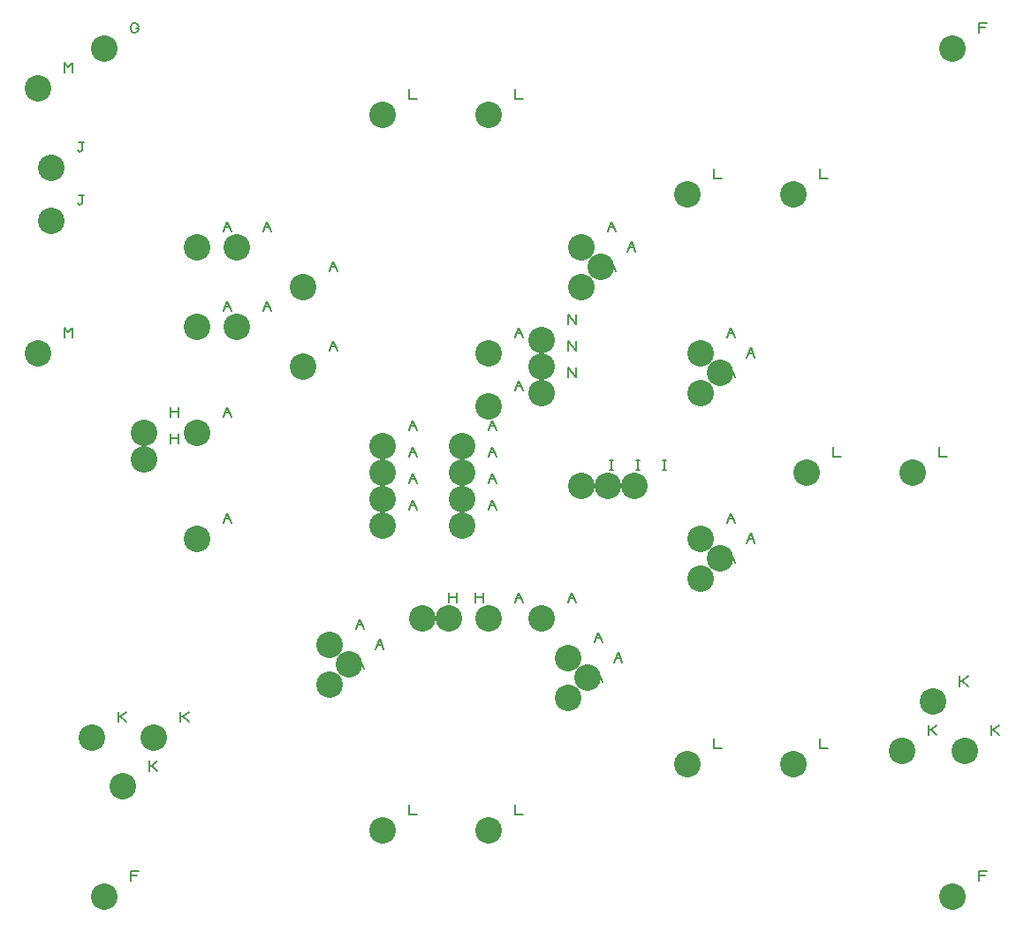
<source format=gbr>
G04 DesignSpark PCB Gerber Version 9.0 Build 5115 *
G04 #@! TF.Part,Single*
G04 #@! TF.FileFunction,Drillmap *
G04 #@! TF.FilePolarity,Positive *
%FSLAX35Y35*%
%MOIN*%
%ADD14C,0.00500*%
G04 #@! TA.AperFunction,ViaPad*
%ADD88C,0.10000*%
X0Y0D02*
D02*
D14*
X25250Y251187D02*
Y254937D01*
X26813Y253063*
X28375Y254937*
Y251187*
X25250Y351187D02*
Y354937D01*
X26813Y353063*
X28375Y354937*
Y351187*
X30250Y301813D02*
X30563Y301500D01*
X31187Y301187*
X31813Y301500*
X32125Y301813*
Y304937*
X32750*
X32125D02*
X30875D01*
X30250Y321813D02*
X30563Y321500D01*
X31187Y321187*
X31813Y321500*
X32125Y321813*
Y324937*
X32750*
X32125D02*
X30875D01*
X45565Y106187D02*
Y109937D01*
Y108063D02*
X46502D01*
X48690Y109937*
X46502Y108063D02*
X48690Y106187D01*
X50250Y46187D02*
Y49937D01*
X53375*
X52750Y48063D02*
X50250D01*
X52437Y367750D02*
X53375D01*
Y367437*
X53063Y366813*
X52750Y366500*
X52125Y366187*
X51500*
X50875Y366500*
X50563Y366813*
X50250Y367437*
Y368687*
X50563Y369313*
X50875Y369625*
X51500Y369937*
X52125*
X52750Y369625*
X53063Y369313*
X53375Y368687*
X57376Y87683D02*
Y91433D01*
Y89559D02*
X58313D01*
X60501Y91433*
X58313Y89559D02*
X60501Y87683D01*
X65250Y211187D02*
Y214937D01*
Y213063D02*
X68375D01*
Y211187D02*
Y214937D01*
X65250Y221187D02*
Y224937D01*
Y223063D02*
X68375D01*
Y221187D02*
Y224937D01*
X69187Y106187D02*
Y109937D01*
Y108063D02*
X70124D01*
X72312Y109937*
X70124Y108063D02*
X72312Y106187D01*
X85250Y181187D02*
X86813Y184937D01*
X88375Y181187*
X85875Y182750D02*
X87750D01*
X85250Y221187D02*
X86813Y224937D01*
X88375Y221187*
X85875Y222750D02*
X87750D01*
X85250Y261187D02*
X86813Y264937D01*
X88375Y261187*
X85875Y262750D02*
X87750D01*
X85250Y291187D02*
X86813Y294937D01*
X88375Y291187*
X85875Y292750D02*
X87750D01*
X100250Y261187D02*
X101813Y264937D01*
X103375Y261187*
X100875Y262750D02*
X102750D01*
X100250Y291187D02*
X101813Y294937D01*
X103375Y291187*
X100875Y292750D02*
X102750D01*
X125250Y246187D02*
X126813Y249937D01*
X128375Y246187*
X125875Y247750D02*
X127750D01*
X125250Y276187D02*
X126813Y279937D01*
X128375Y276187*
X125875Y277750D02*
X127750D01*
X135250Y126187D02*
X136813Y129937D01*
X138375Y126187*
X135875Y127750D02*
X137750D01*
X135250Y141187D02*
X136813Y144937D01*
X138375Y141187*
X135875Y142750D02*
X137750D01*
X142750Y133687D02*
X144313Y137437D01*
X145875Y133687*
X143375Y135250D02*
X145250D01*
X155250Y74937D02*
Y71187D01*
X158375*
X155250Y186187D02*
X156813Y189937D01*
X158375Y186187*
X155875Y187750D02*
X157750D01*
X155250Y196187D02*
X156813Y199937D01*
X158375Y196187*
X155875Y197750D02*
X157750D01*
X155250Y206187D02*
X156813Y209937D01*
X158375Y206187*
X155875Y207750D02*
X157750D01*
X155250Y216187D02*
X156813Y219937D01*
X158375Y216187*
X155875Y217750D02*
X157750D01*
X155250Y344937D02*
Y341187D01*
X158375*
X170250Y151187D02*
Y154937D01*
Y153063D02*
X173375D01*
Y151187D02*
Y154937D01*
X180250Y151187D02*
Y154937D01*
Y153063D02*
X183375D01*
Y151187D02*
Y154937D01*
X185250Y186187D02*
X186813Y189937D01*
X188375Y186187*
X185875Y187750D02*
X187750D01*
X185250Y196187D02*
X186813Y199937D01*
X188375Y196187*
X185875Y197750D02*
X187750D01*
X185250Y206187D02*
X186813Y209937D01*
X188375Y206187*
X185875Y207750D02*
X187750D01*
X185250Y216187D02*
X186813Y219937D01*
X188375Y216187*
X185875Y217750D02*
X187750D01*
X195250Y74937D02*
Y71187D01*
X198375*
X195250Y151187D02*
X196813Y154937D01*
X198375Y151187*
X195875Y152750D02*
X197750D01*
X195250Y231187D02*
X196813Y234937D01*
X198375Y231187*
X195875Y232750D02*
X197750D01*
X195250Y251187D02*
X196813Y254937D01*
X198375Y251187*
X195875Y252750D02*
X197750D01*
X195250Y344937D02*
Y341187D01*
X198375*
X215250Y151187D02*
X216813Y154937D01*
X218375Y151187*
X215875Y152750D02*
X217750D01*
X215250Y236187D02*
Y239937D01*
X218375Y236187*
Y239937*
X215250Y246187D02*
Y249937D01*
X218375Y246187*
Y249937*
X215250Y256187D02*
Y259937D01*
X218375Y256187*
Y259937*
X225250Y121187D02*
X226813Y124937D01*
X228375Y121187*
X225875Y122750D02*
X227750D01*
X225250Y136187D02*
X226813Y139937D01*
X228375Y136187*
X225875Y137750D02*
X227750D01*
X231187Y201187D02*
X232437D01*
X231813D02*
Y204937D01*
X231187D02*
X232437D01*
X230250Y276187D02*
X231813Y279937D01*
X233375Y276187*
X230875Y277750D02*
X232750D01*
X230250Y291187D02*
X231813Y294937D01*
X233375Y291187*
X230875Y292750D02*
X232750D01*
Y128687D02*
X234313Y132437D01*
X235875Y128687*
X233375Y130250D02*
X235250D01*
X237750Y283687D02*
X239313Y287437D01*
X240875Y283687*
X238375Y285250D02*
X240250D01*
X241187Y201187D02*
X242437D01*
X241813D02*
Y204937D01*
X241187D02*
X242437D01*
X251187Y201187D02*
X252437D01*
X251813D02*
Y204937D01*
X251187D02*
X252437D01*
X270250Y99937D02*
Y96187D01*
X273375*
X270250Y314937D02*
Y311187D01*
X273375*
X275250Y166187D02*
X276813Y169937D01*
X278375Y166187*
X275875Y167750D02*
X277750D01*
X275250Y181187D02*
X276813Y184937D01*
X278375Y181187*
X275875Y182750D02*
X277750D01*
X275250Y236187D02*
X276813Y239937D01*
X278375Y236187*
X275875Y237750D02*
X277750D01*
X275250Y251187D02*
X276813Y254937D01*
X278375Y251187*
X275875Y252750D02*
X277750D01*
X282750Y173687D02*
X284313Y177437D01*
X285875Y173687*
X283375Y175250D02*
X285250D01*
X282750Y243687D02*
X284313Y247437D01*
X285875Y243687*
X283375Y245250D02*
X285250D01*
X310250Y99937D02*
Y96187D01*
X313375*
X310250Y314937D02*
Y311187D01*
X313375*
X315250Y209937D02*
Y206187D01*
X318375*
X351313Y101187D02*
Y104937D01*
Y103063D02*
X352250D01*
X354438Y104937*
X352250Y103063D02*
X354438Y101187D01*
X355250Y209937D02*
Y206187D01*
X358375*
X363124Y119691D02*
Y123441D01*
Y121567D02*
X364061D01*
X366249Y123441*
X364061Y121567D02*
X366249Y119691D01*
X370250Y46187D02*
Y49937D01*
X373375*
X372750Y48063D02*
X370250D01*
Y366187D02*
Y369937D01*
X373375*
X372750Y368063D02*
X370250D01*
X374935Y101187D02*
Y104937D01*
Y103063D02*
X375872D01*
X378060Y104937*
X375872Y103063D02*
X378060Y101187D01*
D02*
D88*
X15250Y245250D03*
Y345250D03*
X20250Y295250D03*
Y315250D03*
X35565Y100250D03*
X40250Y40250D03*
Y360250D03*
X47376Y81746D03*
X55250Y205250D03*
Y215250D03*
X59187Y100250D03*
X75250Y175250D03*
Y215250D03*
Y255250D03*
Y285250D03*
X90250Y255250D03*
Y285250D03*
X115250Y240250D03*
Y270250D03*
X125250Y120250D03*
Y135250D03*
X132750Y127750D03*
X145250Y65250D03*
Y180250D03*
Y190250D03*
Y200250D03*
Y210250D03*
Y335250D03*
X160250Y145250D03*
X170250D03*
X175250Y180250D03*
Y190250D03*
Y200250D03*
Y210250D03*
X185250Y65250D03*
Y145250D03*
Y225250D03*
Y245250D03*
Y335250D03*
X205250Y145250D03*
Y230250D03*
Y240250D03*
Y250250D03*
X215250Y115250D03*
Y130250D03*
X220250Y195250D03*
Y270250D03*
Y285250D03*
X222750Y122750D03*
X227750Y277750D03*
X230250Y195250D03*
X240250D03*
X260250Y90250D03*
Y305250D03*
X265250Y160250D03*
Y175250D03*
Y230250D03*
Y245250D03*
X272750Y167750D03*
Y237750D03*
X300250Y90250D03*
Y305250D03*
X305250Y200250D03*
X341313Y95250D03*
X345250Y200250D03*
X353124Y113754D03*
X360250Y40250D03*
Y360250D03*
X364935Y95250D03*
X0Y0D02*
M02*

</source>
